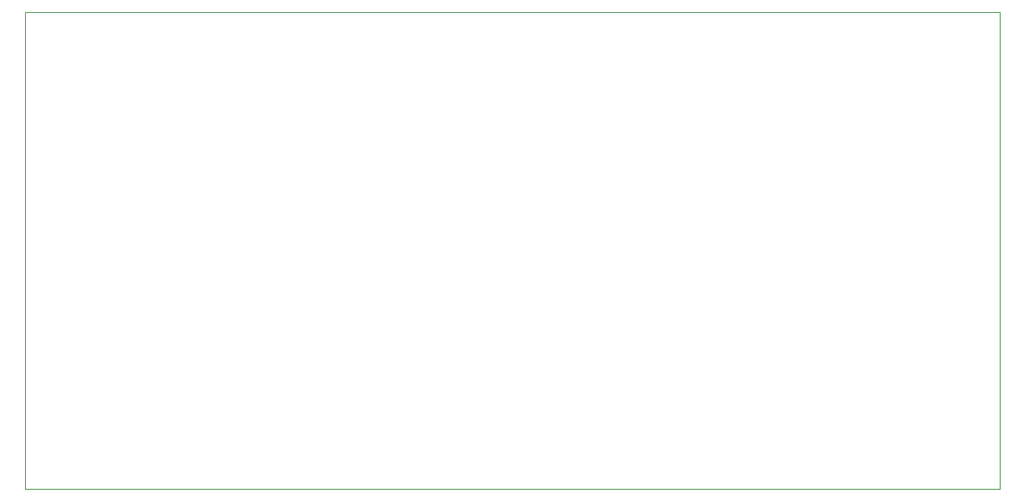
<source format=gm1>
G04 #@! TF.FileFunction,Profile,NP*
%FSLAX46Y46*%
G04 Gerber Fmt 4.6, Leading zero omitted, Abs format (unit mm)*
G04 Created by KiCad (PCBNEW 4.0.6) date Saturday, April 28, 2018 'AMt' 01:11:43 AM*
%MOMM*%
%LPD*%
G01*
G04 APERTURE LIST*
%ADD10C,0.100000*%
G04 APERTURE END LIST*
D10*
X196000000Y-50000000D02*
X93800000Y-50000000D01*
X196000000Y-100000000D02*
X196000000Y-50000000D01*
X93800000Y-100000000D02*
X196000000Y-100000000D01*
X93800000Y-50000000D02*
X93800000Y-100000000D01*
M02*

</source>
